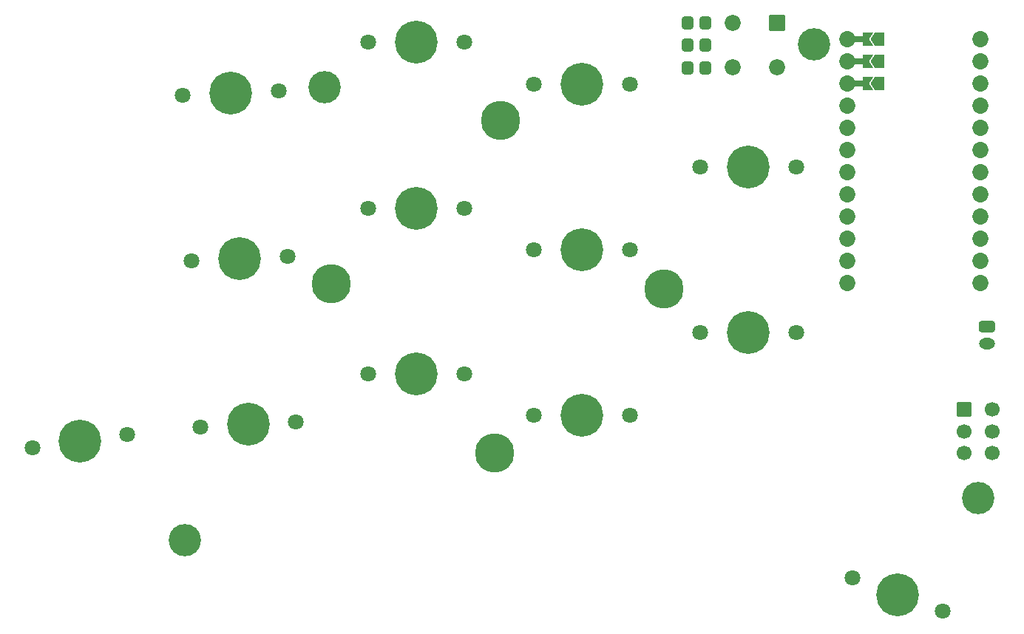
<source format=gbr>
%TF.GenerationSoftware,KiCad,Pcbnew,8.0.6-1.fc41*%
%TF.CreationDate,2024-12-09T09:59:40+11:00*%
%TF.ProjectId,pueo-mx-spaced,7075656f-2d6d-4782-9d73-70616365642e,0.1*%
%TF.SameCoordinates,Original*%
%TF.FileFunction,Soldermask,Top*%
%TF.FilePolarity,Negative*%
%FSLAX46Y46*%
G04 Gerber Fmt 4.6, Leading zero omitted, Abs format (unit mm)*
G04 Created by KiCad (PCBNEW 8.0.6-1.fc41) date 2024-12-09 09:59:40*
%MOMM*%
%LPD*%
G01*
G04 APERTURE LIST*
G04 Aperture macros list*
%AMRoundRect*
0 Rectangle with rounded corners*
0 $1 Rounding radius*
0 $2 $3 $4 $5 $6 $7 $8 $9 X,Y pos of 4 corners*
0 Add a 4 corners polygon primitive as box body*
4,1,4,$2,$3,$4,$5,$6,$7,$8,$9,$2,$3,0*
0 Add four circle primitives for the rounded corners*
1,1,$1+$1,$2,$3*
1,1,$1+$1,$4,$5*
1,1,$1+$1,$6,$7*
1,1,$1+$1,$8,$9*
0 Add four rect primitives between the rounded corners*
20,1,$1+$1,$2,$3,$4,$5,0*
20,1,$1+$1,$4,$5,$6,$7,0*
20,1,$1+$1,$6,$7,$8,$9,0*
20,1,$1+$1,$8,$9,$2,$3,0*%
%AMFreePoly0*
4,1,16,0.535355,0.785355,0.550000,0.750000,0.550000,-0.750000,0.535355,-0.785355,0.500000,-0.800000,-0.650000,-0.800000,-0.685355,-0.785355,-0.700000,-0.750000,-0.691603,-0.722265,-0.210093,0.000000,-0.691603,0.722265,-0.699029,0.759806,-0.677735,0.791603,-0.650000,0.800000,0.500000,0.800000,0.535355,0.785355,0.535355,0.785355,$1*%
%AMFreePoly1*
4,1,16,0.535355,0.785355,0.541603,0.777735,1.041603,0.027735,1.049029,-0.009806,1.041603,-0.027735,0.541603,-0.777735,0.509806,-0.799029,0.500000,-0.800000,-0.500000,-0.800000,-0.535355,-0.785355,-0.550000,-0.750000,-0.550000,0.750000,-0.535355,0.785355,-0.500000,0.800000,0.500000,0.800000,0.535355,0.785355,0.535355,0.785355,$1*%
G04 Aperture macros list end*
%ADD10RoundRect,0.270833X-0.654167X0.379167X-0.654167X-0.379167X0.654167X-0.379167X0.654167X0.379167X0*%
%ADD11RoundRect,0.050000X-0.800000X0.800000X-0.800000X-0.800000X0.800000X-0.800000X0.800000X0.800000X0*%
%ADD12C,1.700000*%
%ADD13O,1.850000X1.300000*%
%ADD14C,3.700000*%
%ADD15C,4.500000*%
%ADD16RoundRect,0.270833X-0.379167X-0.479167X0.379167X-0.479167X0.379167X0.479167X-0.379167X0.479167X0*%
%ADD17RoundRect,0.102000X-0.820000X0.820000X-0.820000X-0.820000X0.820000X-0.820000X0.820000X0.820000X0*%
%ADD18C,1.844000*%
%ADD19C,1.801800*%
%ADD20C,4.900000*%
%ADD21C,1.852600*%
%ADD22FreePoly0,180.000000*%
%ADD23RoundRect,0.050000X-0.762000X0.250000X-0.762000X-0.250000X0.762000X-0.250000X0.762000X0.250000X0*%
%ADD24FreePoly1,180.000000*%
G04 APERTURE END LIST*
D10*
%TO.C,*%
X201282701Y-93048471D03*
%TD*%
D11*
%TO.C,on/off*%
X198638611Y-102553469D03*
D12*
X198638604Y-105053469D03*
X198638619Y-107553467D03*
X201838621Y-102553461D03*
X201838616Y-105053469D03*
X201838605Y-107553468D03*
%TD*%
D13*
%TO.C,*%
X201282700Y-95048470D03*
%TD*%
D14*
%TO.C,*%
X200274472Y-112742162D03*
%TD*%
D15*
%TO.C,REF\u002A\u002A*%
X126176986Y-88128899D03*
X145556553Y-69414268D03*
X144891617Y-107508466D03*
X164271184Y-88793835D03*
%TD*%
%TO.C,*%
X144891617Y-107508466D03*
%TD*%
D16*
%TO.C,REF\u002A\u002A*%
X166981279Y-63404487D03*
X168981279Y-63404491D03*
%TD*%
%TO.C,REF\u002A\u002A*%
X166981278Y-60817942D03*
X168981278Y-60817946D03*
%TD*%
%TO.C,REF\u002A\u002A*%
X166981278Y-58254486D03*
X168981278Y-58254490D03*
%TD*%
D17*
%TO.C,REF\u002A\u002A*%
X177248141Y-58277937D03*
D18*
X177248141Y-63357939D03*
X172168139Y-63357939D03*
X172168139Y-58277937D03*
%TD*%
D19*
%TO.C,S4*%
X109161664Y-66599976D03*
D20*
X114654126Y-66312127D03*
D19*
X120146588Y-66024278D03*
%TD*%
%TO.C,S13*%
X185823306Y-121897357D03*
D20*
X190991616Y-123778467D03*
D19*
X196159926Y-125659577D03*
%TD*%
%TO.C,S8*%
X149391618Y-103258464D03*
D20*
X154891617Y-103258466D03*
D19*
X160391616Y-103258468D03*
%TD*%
%TO.C,S3*%
X110156046Y-85573933D03*
D20*
X115648508Y-85286084D03*
D19*
X121140970Y-84998235D03*
%TD*%
%TO.C,S5*%
X130391617Y-98508468D03*
D20*
X135891616Y-98508470D03*
D19*
X141391615Y-98508472D03*
%TD*%
D14*
%TO.C,REF\u002A\u002A*%
X109402834Y-117541819D03*
%TD*%
D19*
%TO.C,S12*%
X168391620Y-74758467D03*
D20*
X173891619Y-74758469D03*
D19*
X179391618Y-74758471D03*
%TD*%
D14*
%TO.C,REF\u002A\u002A*%
X125439323Y-65613080D03*
%TD*%
D19*
%TO.C,S11*%
X168391618Y-93758463D03*
D20*
X173891617Y-93758465D03*
D19*
X179391616Y-93758467D03*
%TD*%
%TO.C,S10*%
X149391619Y-65258467D03*
D20*
X154891618Y-65258469D03*
D19*
X160391617Y-65258471D03*
%TD*%
D14*
%TO.C,REF\u002A\u002A*%
X181491618Y-60758466D03*
%TD*%
D21*
%TO.C,MCU1*%
X200511617Y-60138469D03*
D22*
X187566617Y-60138466D03*
D23*
X186641619Y-60138468D03*
D21*
X185271617Y-60138467D03*
X200511619Y-62678469D03*
D22*
X187566617Y-62678468D03*
D23*
X186641617Y-62678468D03*
D21*
X185271617Y-62678469D03*
X200511618Y-65218469D03*
D22*
X187566618Y-65218468D03*
D23*
X186641618Y-65218468D03*
D21*
X185271620Y-65218466D03*
X200511618Y-67758468D03*
X185271620Y-67758467D03*
D24*
X189016619Y-60138467D03*
X189016618Y-62678467D03*
X189016618Y-65218469D03*
D21*
X200511618Y-70298469D03*
X200511619Y-72838467D03*
X200511618Y-75378468D03*
X200511618Y-77918468D03*
X200511616Y-80458469D03*
X200511616Y-82998470D03*
X200511619Y-85538467D03*
X200511619Y-88078469D03*
X185271618Y-70298468D03*
X185271618Y-72838468D03*
X185271617Y-75378469D03*
X185271618Y-77918467D03*
X185271618Y-80458468D03*
X185271618Y-82998467D03*
X185271617Y-85538467D03*
X185271619Y-88078467D03*
%TD*%
D19*
%TO.C,S6*%
X130391616Y-79508464D03*
D20*
X135891615Y-79508466D03*
D19*
X141391614Y-79508468D03*
%TD*%
%TO.C,S2*%
X111150431Y-104547895D03*
D20*
X116642893Y-104260046D03*
D19*
X122135355Y-103972197D03*
%TD*%
%TO.C,S7*%
X130391619Y-60508465D03*
D20*
X135891618Y-60508467D03*
D19*
X141391617Y-60508469D03*
%TD*%
D14*
%TO.C,REF\u002A\u002A*%
X200274472Y-112742162D03*
%TD*%
D19*
%TO.C,S1*%
X91928205Y-106950630D03*
D20*
X97374678Y-106185178D03*
D19*
X102821151Y-105419726D03*
%TD*%
%TO.C,S9*%
X149391620Y-84258467D03*
D20*
X154891619Y-84258469D03*
D19*
X160391618Y-84258471D03*
%TD*%
M02*

</source>
